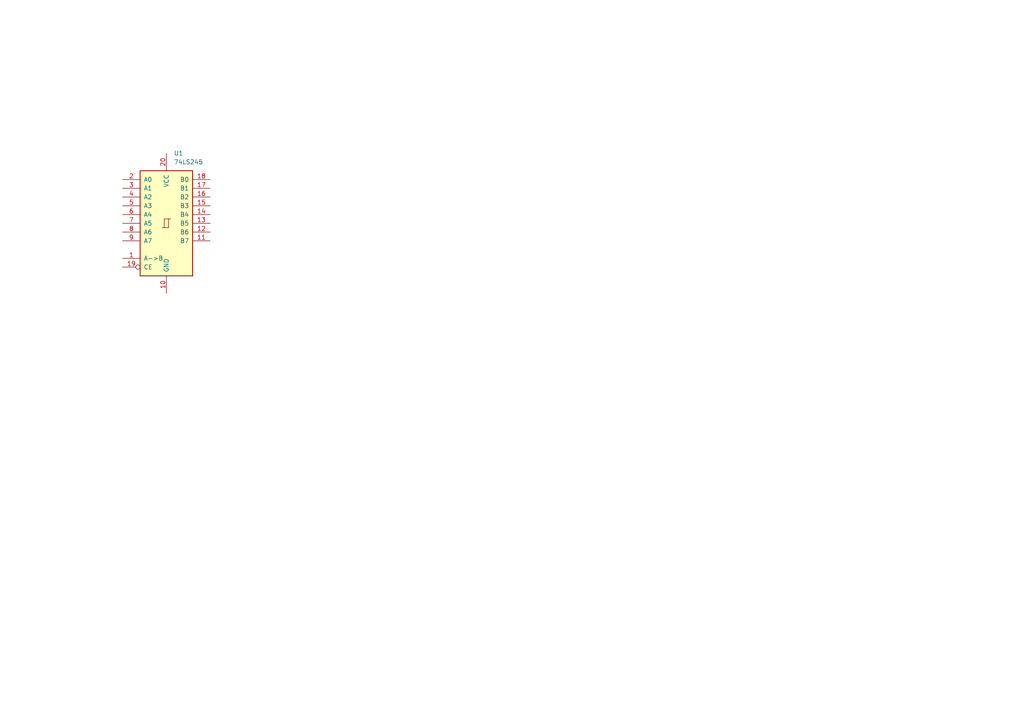
<source format=kicad_sch>
(kicad_sch (version 20250114) (generator "eeschema") (generator_version "9.0")
  (paper "A4")
  (title_block (title "74ls245_reference"))
  (lib_symbols
    (symbol "74xx:74LS245" (pin_names (offset 1.016))
      (property "Reference" "U" (at -7.62 16.51 0))
      (property "Value" "74LS245" (at -7.62 -16.51 0))
      (symbol "74LS245_1_0"
        (polyline (pts (xy -1.27 -1.27) (xy 0.635 -1.27) (xy 0.635 1.27) (xy 1.27 1.27)))
        (polyline (pts (xy -0.635 -1.27) (xy -0.635 1.27) (xy 0.635 1.27)))
        (pin tri_state line (at -12.7 12.7 0) (length 5.08) (name "A0") (number "2"))
        (pin tri_state line (at -12.7 10.16 0) (length 5.08) (name "A1") (number "3"))
        (pin tri_state line (at -12.7 7.62 0) (length 5.08) (name "A2") (number "4"))
        (pin tri_state line (at -12.7 5.08 0) (length 5.08) (name "A3") (number "5"))
        (pin tri_state line (at -12.7 2.54 0) (length 5.08) (name "A4") (number "6"))
        (pin tri_state line (at -12.7 0 0) (length 5.08) (name "A5") (number "7"))
        (pin tri_state line (at -12.7 -2.54 0) (length 5.08) (name "A6") (number "8"))
        (pin tri_state line (at -12.7 -5.08 0) (length 5.08) (name "A7") (number "9"))
        (pin input line (at -12.7 -10.16 0) (length 5.08) (name "A->B") (number "1"))
        (pin input inverted (at -12.7 -12.7 0) (length 5.08) (name "CE") (number "19"))
        (pin power_in line (at 0 20.32 270) (length 5.08) (name "VCC") (number "20"))
        (pin power_in line (at 0 -20.32 90) (length 5.08) (name "GND") (number "10"))
        (pin tri_state line (at 12.7 12.7 180) (length 5.08) (name "B0") (number "18"))
        (pin tri_state line (at 12.7 10.16 180) (length 5.08) (name "B1") (number "17"))
        (pin tri_state line (at 12.7 7.62 180) (length 5.08) (name "B2") (number "16"))
        (pin tri_state line (at 12.7 5.08 180) (length 5.08) (name "B3") (number "15"))
        (pin tri_state line (at 12.7 2.54 180) (length 5.08) (name "B4") (number "14"))
        (pin tri_state line (at 12.7 0 180) (length 5.08) (name "B5") (number "13"))
        (pin tri_state line (at 12.7 -2.54 180) (length 5.08) (name "B6") (number "12"))
        (pin tri_state line (at 12.7 -5.08 180) (length 5.08) (name "B7") (number "11"))
      )
      (symbol "74LS245_1_1"
        (rectangle (start -7.62 15.24) (end 7.62 -15.24) (stroke (width 0.254)) (fill (type background)))
      )
    )
  )
  (symbol (lib_id "74xx:74LS245") (at 48.26 64.77 0) (unit 1)
    (property "Reference" "U1" (at 50.4033 44.45 0) (effects (justify left)))
    (property "Value" "74LS245" (at 50.4033 46.99 0) (effects (justify left)))
    (property "Datasheet" "http://www.ti.com/lit/gpn/sn74LS245" (effects (hide yes)))
    (property "Description" "Octal BUS Transceivers, 3-State outputs" (effects (hide yes)))
  )
)
</source>
